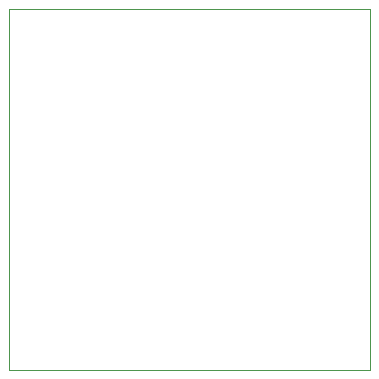
<source format=gbr>
G04 #@! TF.GenerationSoftware,KiCad,Pcbnew,(5.1.5)-3*
G04 #@! TF.CreationDate,2020-04-01T23:31:59-03:00*
G04 #@! TF.ProjectId,LDDH200324A,4c444448-3230-4303-9332-34412e6b6963,rev?*
G04 #@! TF.SameCoordinates,Original*
G04 #@! TF.FileFunction,Paste,Bot*
G04 #@! TF.FilePolarity,Positive*
%FSLAX45Y45*%
G04 Gerber Fmt 4.5, Leading zero omitted, Abs format (unit mm)*
G04 Created by KiCad (PCBNEW (5.1.5)-3) date 2020-04-01 23:31:59*
%MOMM*%
%LPD*%
G04 APERTURE LIST*
%ADD10C,0.050000*%
G04 APERTURE END LIST*
D10*
X16306000Y-8549000D02*
X13256000Y-8549000D01*
X13256000Y-8549000D02*
X13256000Y-11599000D01*
X16306000Y-11599000D02*
X16306000Y-8549000D01*
X13256000Y-11599000D02*
X16306000Y-11599000D01*
M02*

</source>
